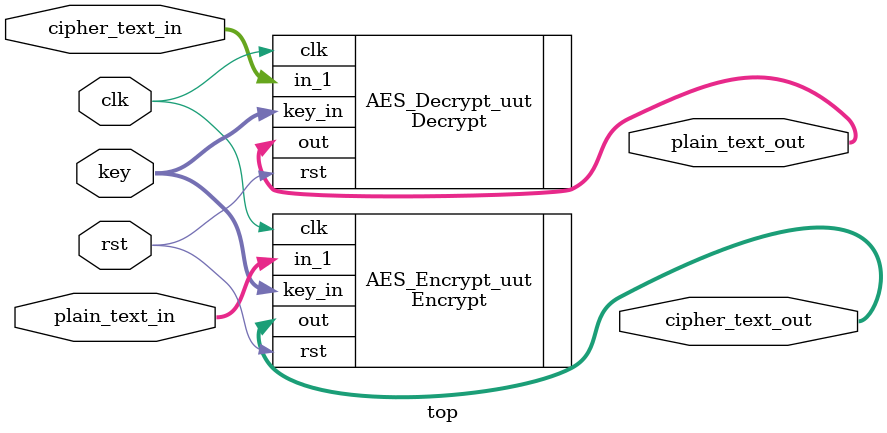
<source format=v>
`timescale 1ns / 1ps


module top#(parameter len=128,
parameter  RNUM=10)
(
    input clk,
    input rst,
    input [len-1:0] key,
    input [len-1:0] plain_text_in,
    input [len-1:0] cipher_text_in,
    output [len-1:0] plain_text_out, 
    output [len-1:0] cipher_text_out
    );

Encrypt #(
    .N(len),
    .Nr(RNUM),
    .Nk(4)
) AES_Encrypt_uut(
    .in_1(plain_text_in),
    .key_in(key),
    .out(cipher_text_out),
    .clk(clk),
    .rst(rst)
);

Decrypt AES_Decrypt_uut(
    .in_1(cipher_text_in),
    .key_in(key),
    .out(plain_text_out),
    .clk(clk),
    .rst(rst)
);
endmodule
</source>
